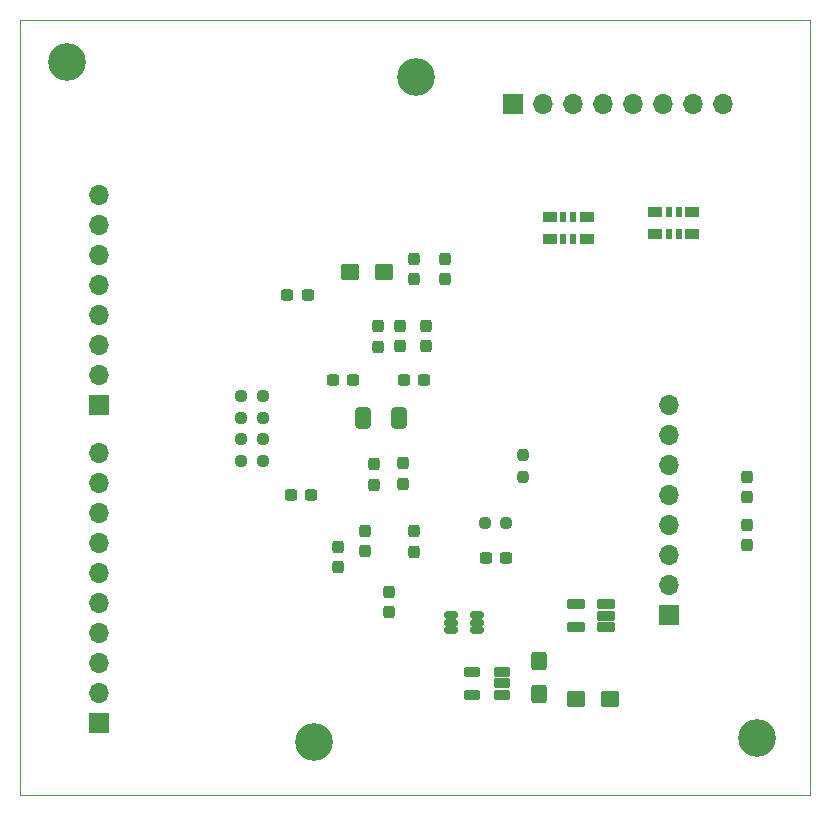
<source format=gbr>
%TF.GenerationSoftware,KiCad,Pcbnew,7.0.10*%
%TF.CreationDate,2024-03-16T23:25:41+05:30*%
%TF.ProjectId,breakout,62726561-6b6f-4757-942e-6b696361645f,rev?*%
%TF.SameCoordinates,Original*%
%TF.FileFunction,Soldermask,Bot*%
%TF.FilePolarity,Negative*%
%FSLAX46Y46*%
G04 Gerber Fmt 4.6, Leading zero omitted, Abs format (unit mm)*
G04 Created by KiCad (PCBNEW 7.0.10) date 2024-03-16 23:25:41*
%MOMM*%
%LPD*%
G01*
G04 APERTURE LIST*
G04 Aperture macros list*
%AMRoundRect*
0 Rectangle with rounded corners*
0 $1 Rounding radius*
0 $2 $3 $4 $5 $6 $7 $8 $9 X,Y pos of 4 corners*
0 Add a 4 corners polygon primitive as box body*
4,1,4,$2,$3,$4,$5,$6,$7,$8,$9,$2,$3,0*
0 Add four circle primitives for the rounded corners*
1,1,$1+$1,$2,$3*
1,1,$1+$1,$4,$5*
1,1,$1+$1,$6,$7*
1,1,$1+$1,$8,$9*
0 Add four rect primitives between the rounded corners*
20,1,$1+$1,$2,$3,$4,$5,0*
20,1,$1+$1,$4,$5,$6,$7,0*
20,1,$1+$1,$6,$7,$8,$9,0*
20,1,$1+$1,$8,$9,$2,$3,0*%
G04 Aperture macros list end*
%ADD10C,3.200000*%
%ADD11RoundRect,0.237500X-0.237500X0.300000X-0.237500X-0.300000X0.237500X-0.300000X0.237500X0.300000X0*%
%ADD12O,1.700000X1.700000*%
%ADD13R,1.700000X1.700000*%
%ADD14R,1.193800X0.889000*%
%ADD15R,0.558800X0.889000*%
%ADD16RoundRect,0.237500X0.237500X-0.300000X0.237500X0.300000X-0.237500X0.300000X-0.237500X-0.300000X0*%
%ADD17RoundRect,0.237500X0.300000X0.237500X-0.300000X0.237500X-0.300000X-0.237500X0.300000X-0.237500X0*%
%ADD18RoundRect,0.102000X-0.450000X-0.200000X0.450000X-0.200000X0.450000X0.200000X-0.450000X0.200000X0*%
%ADD19RoundRect,0.055580X0.671420X0.341420X-0.671420X0.341420X-0.671420X-0.341420X0.671420X-0.341420X0*%
%ADD20RoundRect,0.237500X0.237500X-0.250000X0.237500X0.250000X-0.237500X0.250000X-0.237500X-0.250000X0*%
%ADD21RoundRect,0.237500X-0.250000X-0.237500X0.250000X-0.237500X0.250000X0.237500X-0.250000X0.237500X0*%
%ADD22RoundRect,0.237500X0.250000X0.237500X-0.250000X0.237500X-0.250000X-0.237500X0.250000X-0.237500X0*%
%ADD23RoundRect,0.250000X-0.537500X-0.425000X0.537500X-0.425000X0.537500X0.425000X-0.537500X0.425000X0*%
%ADD24RoundRect,0.237500X-0.300000X-0.237500X0.300000X-0.237500X0.300000X0.237500X-0.300000X0.237500X0*%
%ADD25RoundRect,0.237500X0.237500X-0.287500X0.237500X0.287500X-0.237500X0.287500X-0.237500X-0.287500X0*%
%ADD26RoundRect,0.250000X-0.425000X0.537500X-0.425000X-0.537500X0.425000X-0.537500X0.425000X0.537500X0*%
%ADD27RoundRect,0.119100X0.587900X0.277900X-0.587900X0.277900X-0.587900X-0.277900X0.587900X-0.277900X0*%
%ADD28RoundRect,0.250000X0.537500X0.425000X-0.537500X0.425000X-0.537500X-0.425000X0.537500X-0.425000X0*%
%ADD29RoundRect,0.250000X-0.412500X-0.650000X0.412500X-0.650000X0.412500X0.650000X-0.412500X0.650000X0*%
%TA.AperFunction,Profile*%
%ADD30C,0.050000*%
%TD*%
G04 APERTURE END LIST*
D10*
%TO.C,H4*%
X69550000Y-90450000D03*
%TD*%
%TO.C,H3*%
X107000000Y-90150000D03*
%TD*%
%TO.C,H2*%
X48650000Y-32850000D03*
%TD*%
%TO.C,H1*%
X78200000Y-34150000D03*
%TD*%
D11*
%TO.C,C29*%
X75850000Y-77725000D03*
X75850000Y-79450000D03*
%TD*%
D12*
%TO.C,J2*%
X51308000Y-44145200D03*
X51308000Y-46685200D03*
X51308000Y-49225200D03*
X51308000Y-51765200D03*
X51308000Y-54305200D03*
X51308000Y-56845200D03*
X51308000Y-59385200D03*
D13*
X51308000Y-61925200D03*
%TD*%
D12*
%TO.C,J1*%
X51308000Y-66014600D03*
X51308000Y-68554600D03*
X51308000Y-71094600D03*
X51308000Y-73634600D03*
X51308000Y-76174600D03*
X51308000Y-78714600D03*
X51308000Y-81254600D03*
X51308000Y-83794600D03*
X51308000Y-86334600D03*
D13*
X51308000Y-88874600D03*
%TD*%
D12*
%TO.C,J3*%
X99593400Y-61950600D03*
X99593400Y-64490600D03*
X99593400Y-67030600D03*
X99593400Y-69570600D03*
X99593400Y-72110600D03*
X99593400Y-74650600D03*
X99593400Y-77190600D03*
D13*
X99593400Y-79730600D03*
%TD*%
D14*
%TO.C,R1*%
X98422700Y-45593400D03*
D15*
X99570018Y-45593400D03*
X100399582Y-45593400D03*
D14*
X101546900Y-45593400D03*
X101546900Y-47422200D03*
D15*
X100399582Y-47422200D03*
X99570018Y-47422200D03*
D14*
X98422700Y-47422200D03*
%TD*%
D16*
%TO.C,C40*%
X78028800Y-51262500D03*
X78028800Y-49537500D03*
%TD*%
D17*
%TO.C,C25*%
X85775500Y-74900000D03*
X84050500Y-74900000D03*
%TD*%
D18*
%TO.C,D3*%
X81122500Y-81000000D03*
X81122500Y-80350000D03*
X81122500Y-79700000D03*
X83322500Y-79700000D03*
X83322500Y-80350000D03*
X83322500Y-81000000D03*
%TD*%
D11*
%TO.C,C7*%
X106161600Y-72076100D03*
X106161600Y-73801100D03*
%TD*%
D16*
%TO.C,C22*%
X74599800Y-68680500D03*
X74599800Y-66955500D03*
%TD*%
D17*
%TO.C,C16*%
X78875000Y-59800000D03*
X77150000Y-59800000D03*
%TD*%
D11*
%TO.C,C44*%
X80650000Y-49537500D03*
X80650000Y-51262500D03*
%TD*%
D19*
%TO.C,IC1*%
X94219000Y-78806000D03*
X94219000Y-79756000D03*
X94219000Y-80706000D03*
X91709000Y-80706000D03*
X91709000Y-78806000D03*
%TD*%
D16*
%TO.C,C3*%
X74955400Y-56996500D03*
X74955400Y-55271500D03*
%TD*%
D20*
%TO.C,R3*%
X87223600Y-67993900D03*
X87223600Y-66168900D03*
%TD*%
D16*
%TO.C,C26*%
X73850000Y-74312500D03*
X73850000Y-72587500D03*
%TD*%
D21*
%TO.C,R8*%
X63387500Y-61200000D03*
X65212500Y-61200000D03*
%TD*%
D14*
%TO.C,R2*%
X89487900Y-46025200D03*
D15*
X90635218Y-46025200D03*
X91464782Y-46025200D03*
D14*
X92612100Y-46025200D03*
X92612100Y-47854000D03*
D15*
X91464782Y-47854000D03*
X90635218Y-47854000D03*
D14*
X89487900Y-47854000D03*
%TD*%
D22*
%TO.C,R10*%
X65212500Y-62992000D03*
X63387500Y-62992000D03*
%TD*%
D23*
%TO.C,C13*%
X91678900Y-86854000D03*
X94553900Y-86854000D03*
%TD*%
D16*
%TO.C,C21*%
X77063600Y-68578900D03*
X77063600Y-66853900D03*
%TD*%
D22*
%TO.C,R17*%
X85826600Y-71958200D03*
X84001600Y-71958200D03*
%TD*%
D16*
%TO.C,C42*%
X78000000Y-74350000D03*
X78000000Y-72625000D03*
%TD*%
D22*
%TO.C,R9*%
X65212500Y-66675000D03*
X63387500Y-66675000D03*
%TD*%
D11*
%TO.C,C17*%
X79019400Y-55246100D03*
X79019400Y-56971100D03*
%TD*%
D24*
%TO.C,C18*%
X71100000Y-59850000D03*
X72825000Y-59850000D03*
%TD*%
D25*
%TO.C,FB2*%
X71551800Y-75678000D03*
X71551800Y-73928000D03*
%TD*%
D26*
%TO.C,C14*%
X88595200Y-83561200D03*
X88595200Y-86436200D03*
%TD*%
D22*
%TO.C,R6*%
X65212500Y-64770000D03*
X63387500Y-64770000D03*
%TD*%
D16*
%TO.C,C5*%
X76835000Y-56971100D03*
X76835000Y-55246100D03*
%TD*%
D17*
%TO.C,C28*%
X68986400Y-52587500D03*
X67261400Y-52587500D03*
%TD*%
D27*
%TO.C,U3*%
X82946000Y-84557800D03*
X82946000Y-86457800D03*
X85456000Y-86457800D03*
X85456000Y-85507800D03*
X85456000Y-84557800D03*
%TD*%
D13*
%TO.C,J4*%
X86410800Y-36474400D03*
D12*
X88950800Y-36474400D03*
X91490800Y-36474400D03*
X94030800Y-36474400D03*
X96570800Y-36474400D03*
X99110800Y-36474400D03*
X101650800Y-36474400D03*
X104190800Y-36474400D03*
%TD*%
D24*
%TO.C,C24*%
X69312500Y-69550000D03*
X67587500Y-69550000D03*
%TD*%
D16*
%TO.C,C6*%
X106161600Y-69711700D03*
X106161600Y-67986700D03*
%TD*%
D28*
%TO.C,C20*%
X75437500Y-50650000D03*
X72562500Y-50650000D03*
%TD*%
D29*
%TO.C,C19*%
X73637500Y-63000000D03*
X76762500Y-63000000D03*
%TD*%
D30*
X44642800Y-29311600D02*
X111507000Y-29311600D01*
X111507000Y-94973400D01*
X44642800Y-94973400D01*
X44642800Y-29311600D01*
M02*

</source>
